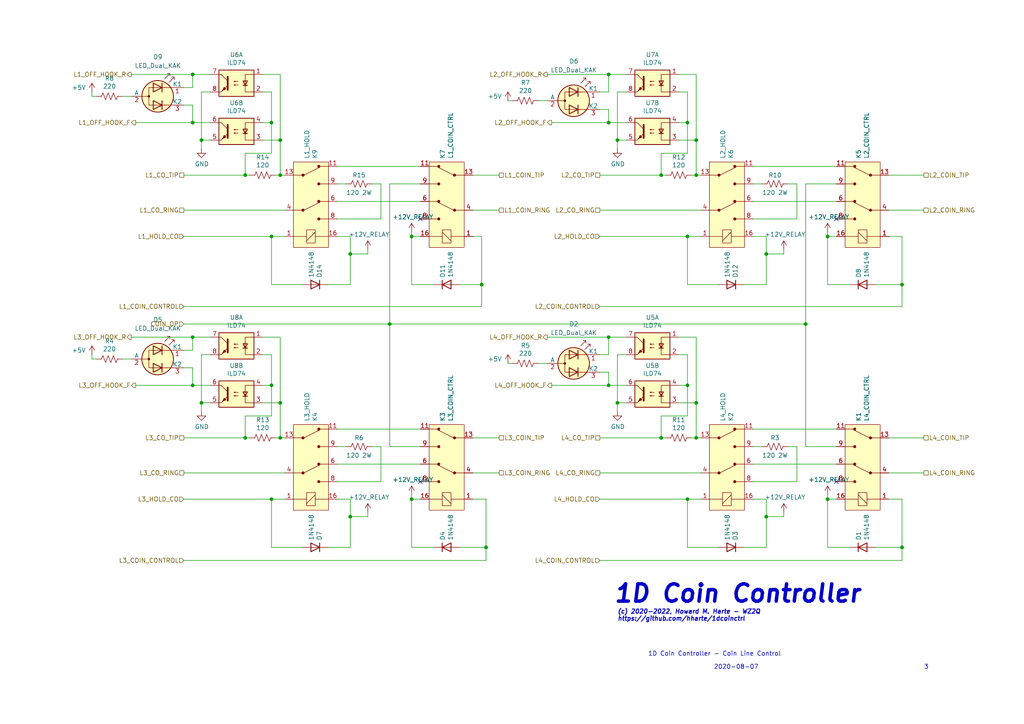
<source format=kicad_sch>
(kicad_sch (version 20211123) (generator eeschema)
  (paper "A4")
  (lib_symbols
    (symbol "1d_coinctrl_r2-rescue:+12V_RELAY-power" (power) (pin_names (offset 0))
      (property "Value" "+12V_RELAY-power" (at 0 3.556 0))
      (symbol "+12V_RELAY-power_0_1"
        (polyline (pts (xy -0.762 1.27) (xy 0 2.54)))
        (polyline (pts (xy 0 0) (xy 0 2.54)))
        (polyline (pts (xy 0 2.54) (xy 0.762 1.27)))
      )
      (symbol "+12V_RELAY-power_1_1"
        (pin power_in line (at 0 0 90) (length 0) hide (name "+12V_RELAY") (number "1"))
      )
    )
    (symbol "1d_coinctrl_r2-rescue:G5V-2-DC12-dk_Signal-Relays-Up-to-2-Amps" (pin_names (offset 1.016) hide)
      (property "Reference" "RLY" (at -15.875 6.35 0))
      (property "Value" "G5V-2-DC12-dk_Signal-Relays-Up-to-2-Amps" (at -14.986 4.826 90))
      (symbol "G5V-2-DC12-dk_Signal-Relays-Up-to-2-Amps_0_1"
        (rectangle (start -13.335 5.08) (end 11.43 -5.08) (fill (type background)))
        (rectangle (start -12.065 1.27) (end -8.255 -1.27))
        (circle (center -5.08 2.286) (radius 0.3556) (fill (type outline)))
        (circle (center -2.54 -2.286) (radius 0.3556) (fill (type outline)))
        (polyline (pts (xy -11.43 -1.27) (xy -8.89 1.27)))
        (polyline (pts (xy -10.16 -1.27) (xy -10.16 -5.08)))
        (polyline (pts (xy -10.16 5.08) (xy -10.16 1.27)))
        (polyline (pts (xy -5.08 5.08) (xy -5.08 2.54)))
        (polyline (pts (xy -2.54 -5.08) (xy -2.54 -2.54)))
        (polyline (pts (xy -2.54 -2.032) (xy -0.254 2.54)))
        (polyline (pts (xy 0 5.08) (xy 0 2.54)))
        (polyline (pts (xy 5.08 5.08) (xy 5.08 2.54)))
        (polyline (pts (xy 7.62 -5.08) (xy 7.62 -2.54)))
        (polyline (pts (xy 7.62 -2.032) (xy 9.906 2.54)))
        (polyline (pts (xy 10.16 5.08) (xy 10.16 2.54)))
        (circle (center 0 2.286) (radius 0.3556) (fill (type outline)))
        (circle (center 5.08 2.286) (radius 0.3556) (fill (type outline)))
        (circle (center 7.62 -2.286) (radius 0.3556) (fill (type outline)))
        (circle (center 10.16 2.286) (radius 0.3556) (fill (type outline)))
      )
      (symbol "G5V-2-DC12-dk_Signal-Relays-Up-to-2-Amps_1_1"
        (pin passive line (at -10.16 -7.62 90) (length 2.54) (name "COIL") (number "1"))
        (pin passive line (at 10.16 7.62 270) (length 2.54) (name "NC2") (number "11"))
        (pin passive line (at 7.62 -7.62 90) (length 2.54) (name "COM2") (number "13"))
        (pin passive line (at -10.16 7.62 270) (length 2.54) (name "COIL") (number "16"))
        (pin passive line (at -2.54 -7.62 90) (length 2.54) (name "COM1") (number "4"))
        (pin passive line (at 0 7.62 270) (length 2.54) (name "NC1") (number "6"))
        (pin passive line (at -5.08 7.62 270) (length 2.54) (name "NO1") (number "8"))
        (pin passive line (at 5.08 7.62 270) (length 2.54) (name "NO2") (number "9"))
      )
    )
    (symbol "Device:LED_Dual_KAK" (pin_names (offset 0))
      (property "Reference" "D" (at 0 5.715 0))
      (property "Value" "LED_Dual_KAK" (at 0 -6.35 0))
      (symbol "LED_Dual_KAK_0_1"
        (circle (center -2.54 0) (radius 0.2794) (fill (type outline)))
        (polyline (pts (xy -4.572 0) (xy -2.54 0)))
        (polyline (pts (xy 1.27 -1.27) (xy 1.27 -3.81)) (stroke (width 0.254)))
        (polyline (pts (xy 1.27 3.81) (xy 1.27 1.27)) (stroke (width 0.254)))
        (polyline (pts (xy 3.81 -2.54) (xy 1.905 -2.54)))
        (polyline (pts (xy 3.81 2.54) (xy 1.905 2.54)))
        (polyline (pts (xy -1.27 -1.27) (xy -1.27 -3.81) (xy 1.27 -2.54) (xy -1.27 -1.27)) (stroke (width 0.254)))
        (polyline (pts (xy -1.27 3.81) (xy -1.27 1.27) (xy 1.27 2.54) (xy -1.27 3.81)) (stroke (width 0.254)))
        (polyline (pts (xy 2.032 2.54) (xy -2.54 2.54) (xy -2.54 -2.54) (xy 2.032 -2.54)))
        (polyline (pts (xy 2.032 5.08) (xy 3.556 6.604) (xy 2.794 6.604) (xy 3.556 6.604) (xy 3.556 5.842)))
        (polyline (pts (xy 3.302 4.064) (xy 4.826 5.588) (xy 4.064 5.588) (xy 4.826 5.588) (xy 4.826 4.826)))
        (circle (center 0 0) (radius 4.572) (stroke (width 0.254)) (fill (type background)))
      )
      (symbol "LED_Dual_KAK_1_1"
        (pin input line (at 7.62 2.54 180) (length 3.81) (name "K1") (number "1"))
        (pin input line (at -7.62 0 0) (length 3.048) (name "A") (number "2"))
        (pin input line (at 7.62 -2.54 180) (length 3.81) (name "K2") (number "3"))
      )
    )
    (symbol "Device:R_US" (pin_numbers hide) (pin_names (offset 0))
      (property "Reference" "R" (at 2.54 0 90))
      (property "Value" "R_US" (at -2.54 0 90))
      (symbol "R_US_0_1"
        (polyline (pts (xy 0 -2.286) (xy 0 -2.54)))
        (polyline (pts (xy 0 2.286) (xy 0 2.54)))
        (polyline (pts (xy 0 -0.762) (xy 1.016 -1.143) (xy 0 -1.524) (xy -1.016 -1.905) (xy 0 -2.286)))
        (polyline (pts (xy 0 0.762) (xy 1.016 0.381) (xy 0 0) (xy -1.016 -0.381) (xy 0 -0.762)))
        (polyline (pts (xy 0 2.286) (xy 1.016 1.905) (xy 0 1.524) (xy -1.016 1.143) (xy 0 0.762)))
      )
      (symbol "R_US_1_1"
        (pin passive line (at 0 3.81 270) (length 1.27) (name "~") (number "1"))
        (pin passive line (at 0 -3.81 90) (length 1.27) (name "~") (number "2"))
      )
    )
    (symbol "Diode:1N4148" (pin_numbers hide) (pin_names (offset 1.016) hide)
      (property "Reference" "D" (at 0 2.54 0))
      (property "Value" "1N4148" (at 0 -2.54 0))
      (symbol "1N4148_0_1"
        (polyline (pts (xy -1.27 1.27) (xy -1.27 -1.27)) (stroke (width 0.254)))
        (polyline (pts (xy 1.27 0) (xy -1.27 0)))
        (polyline (pts (xy 1.27 1.27) (xy 1.27 -1.27) (xy -1.27 0) (xy 1.27 1.27)) (stroke (width 0.254)))
      )
      (symbol "1N4148_1_1"
        (pin passive line (at -3.81 0 0) (length 2.54) (name "K") (number "1"))
        (pin passive line (at 3.81 0 180) (length 2.54) (name "A") (number "2"))
      )
    )
    (symbol "Isolator:ILD74" (pin_names (offset 1.016))
      (property "Reference" "U" (at -5.08 5.08 0))
      (property "Value" "ILD74" (at 0 5.08 0))
      (symbol "ILD74_0_1"
        (rectangle (start -5.08 3.81) (end 5.08 -3.81) (stroke (width 0.254)) (fill (type background)))
        (polyline (pts (xy -3.175 -0.635) (xy -1.905 -0.635)) (stroke (width 0.254)))
        (polyline (pts (xy 2.54 0.635) (xy 4.445 2.54)))
        (polyline (pts (xy 4.445 -2.54) (xy 2.54 -0.635)) (fill (type outline)))
        (polyline (pts (xy 4.445 -2.54) (xy 5.08 -2.54)))
        (polyline (pts (xy 4.445 2.54) (xy 5.08 2.54)))
        (polyline (pts (xy -5.08 2.54) (xy -2.54 2.54) (xy -2.54 0.635)))
        (polyline (pts (xy 2.54 1.905) (xy 2.54 -1.905) (xy 2.54 -1.905)) (stroke (width 0.508)))
        (polyline (pts (xy -2.54 -0.635) (xy -3.175 0.635) (xy -1.905 0.635) (xy -2.54 -0.635)) (stroke (width 0.254)))
        (polyline (pts (xy -2.54 -0.635) (xy -2.54 1.27) (xy -2.54 -2.54) (xy -5.08 -2.54)))
        (polyline (pts (xy -0.508 -0.508) (xy 0.762 -0.508) (xy 0.381 -0.635) (xy 0.381 -0.381) (xy 0.762 -0.508)))
        (polyline (pts (xy -0.508 0.508) (xy 0.762 0.508) (xy 0.381 0.381) (xy 0.381 0.635) (xy 0.762 0.508)))
        (polyline (pts (xy 3.048 -1.651) (xy 3.556 -1.143) (xy 4.064 -2.159) (xy 3.048 -1.651) (xy 3.048 -1.651)) (fill (type outline)))
      )
      (symbol "ILD74_1_1"
        (pin passive line (at -7.62 2.54 0) (length 2.54) (name "~") (number "1"))
        (pin passive line (at -7.62 -2.54 0) (length 2.54) (name "~") (number "2"))
        (pin passive line (at 7.62 2.54 180) (length 2.54) (name "~") (number "7"))
        (pin passive line (at 7.62 -2.54 180) (length 2.54) (name "~") (number "8"))
      )
      (symbol "ILD74_2_1"
        (pin passive line (at -7.62 -2.54 0) (length 2.54) (name "~") (number "3"))
        (pin passive line (at -7.62 2.54 0) (length 2.54) (name "~") (number "4"))
        (pin passive line (at 7.62 -2.54 180) (length 2.54) (name "~") (number "5"))
        (pin passive line (at 7.62 2.54 180) (length 2.54) (name "~") (number "6"))
      )
    )
    (symbol "power:+5V" (power) (pin_names (offset 0))
      (property "Value" "+5V" (at 0 3.556 0))
      (symbol "+5V_0_1"
        (polyline (pts (xy -0.762 1.27) (xy 0 2.54)))
        (polyline (pts (xy 0 0) (xy 0 2.54)))
        (polyline (pts (xy 0 2.54) (xy 0.762 1.27)))
      )
      (symbol "+5V_1_1"
        (pin power_in line (at 0 0 90) (length 0) hide (name "+5V") (number "1"))
      )
    )
    (symbol "power:GND" (power) (pin_names (offset 0))
      (property "Value" "GND" (at 0 -3.81 0))
      (symbol "GND_0_1"
        (polyline (pts (xy 0 0) (xy 0 -1.27) (xy 1.27 -1.27) (xy 0 -2.54) (xy -1.27 -1.27) (xy 0 -1.27)))
      )
      (symbol "GND_1_1"
        (pin power_in line (at 0 0 270) (length 0) hide (name "GND") (number "1"))
      )
    )
  )
  (junction (at 55.88 111.76))
  (junction (at 176.53 21.59))
  (junction (at 176.53 111.76))
  (junction (at 261.62 158.75))
  (junction (at 78.74 68.58))
  (junction (at 81.28 50.8))
  (junction (at 78.74 35.56))
  (junction (at 71.12 127))
  (junction (at 199.39 35.56))
  (junction (at 101.6 149.86))
  (junction (at 201.93 127))
  (junction (at 201.93 50.8))
  (junction (at 233.68 93.98))
  (junction (at 199.39 144.78))
  (junction (at 179.07 116.84))
  (junction (at 58.42 40.64))
  (junction (at 176.53 97.79))
  (junction (at 201.93 116.84))
  (junction (at 199.39 68.58))
  (junction (at 140.97 158.75))
  (junction (at 81.28 116.84))
  (junction (at 58.42 116.84))
  (junction (at 119.38 68.58))
  (junction (at 191.77 50.8))
  (junction (at 199.39 111.76))
  (junction (at 81.28 127))
  (junction (at 191.77 127))
  (junction (at 222.25 73.66))
  (junction (at 81.28 40.64))
  (junction (at 240.03 68.58))
  (junction (at 222.25 149.86))
  (junction (at 78.74 144.78))
  (junction (at 55.88 97.79))
  (junction (at 55.88 21.59))
  (junction (at 139.7 82.55))
  (junction (at 71.12 50.8))
  (junction (at 261.62 82.55))
  (junction (at 55.88 35.56))
  (junction (at 78.74 111.76))
  (junction (at 119.38 144.78))
  (junction (at 201.93 40.64))
  (junction (at 113.03 93.98))
  (junction (at 176.53 35.56))
  (junction (at 101.6 73.66))
  (junction (at 240.03 144.78))
  (junction (at 179.07 40.64))
  (no_connect (at 242.57 63.5))
  (no_connect (at 121.92 139.7))
  (no_connect (at 242.57 139.7))
  (no_connect (at 121.92 63.5))
  (wire (pts (xy 53.34 162.56) (xy 140.97 162.56)))
  (wire (pts (xy 26.67 26.67) (xy 26.67 27.94)))
  (wire (pts (xy 95.25 82.55) (xy 101.6 82.55)))
  (wire (pts (xy 82.55 137.16) (xy 53.34 137.16)))
  (wire (pts (xy 119.38 67.31) (xy 119.38 68.58)))
  (wire (pts (xy 218.44 134.62) (xy 242.57 134.62)))
  (wire (pts (xy 58.42 116.84) (xy 58.42 102.87)))
  (wire (pts (xy 231.14 139.7) (xy 231.14 129.54)))
  (wire (pts (xy 60.96 111.76) (xy 55.88 111.76)))
  (wire (pts (xy 39.37 111.76) (xy 55.88 111.76)))
  (wire (pts (xy 181.61 21.59) (xy 176.53 21.59)))
  (wire (pts (xy 160.02 111.76) (xy 176.53 111.76)))
  (wire (pts (xy 78.74 120.65) (xy 71.12 120.65)))
  (wire (pts (xy 261.62 68.58) (xy 257.81 68.58)))
  (wire (pts (xy 55.88 30.48) (xy 55.88 35.56)))
  (wire (pts (xy 257.81 60.96) (xy 267.97 60.96)))
  (wire (pts (xy 139.7 68.58) (xy 137.16 68.58)))
  (wire (pts (xy 233.68 129.54) (xy 233.68 93.98)))
  (wire (pts (xy 179.07 40.64) (xy 181.61 40.64)))
  (wire (pts (xy 173.99 31.75) (xy 176.53 31.75)))
  (wire (pts (xy 199.39 144.78) (xy 203.2 144.78)))
  (wire (pts (xy 81.28 127) (xy 81.28 116.84)))
  (wire (pts (xy 72.39 50.8) (xy 71.12 50.8)))
  (wire (pts (xy 193.04 127) (xy 191.77 127)))
  (wire (pts (xy 140.97 158.75) (xy 140.97 144.78)))
  (wire (pts (xy 113.03 93.98) (xy 53.34 93.98)))
  (wire (pts (xy 242.57 124.46) (xy 218.44 124.46)))
  (wire (pts (xy 97.79 63.5) (xy 110.49 63.5)))
  (wire (pts (xy 199.39 26.67) (xy 196.85 26.67)))
  (wire (pts (xy 199.39 68.58) (xy 173.99 68.58)))
  (wire (pts (xy 200.66 50.8) (xy 201.93 50.8)))
  (wire (pts (xy 35.56 27.94) (xy 38.1 27.94)))
  (wire (pts (xy 137.16 127) (xy 144.78 127)))
  (wire (pts (xy 137.16 144.78) (xy 140.97 144.78)))
  (wire (pts (xy 71.12 50.8) (xy 53.34 50.8)))
  (wire (pts (xy 201.93 50.8) (xy 203.2 50.8)))
  (wire (pts (xy 176.53 35.56) (xy 181.61 35.56)))
  (wire (pts (xy 231.14 63.5) (xy 231.14 53.34)))
  (wire (pts (xy 242.57 48.26) (xy 218.44 48.26)))
  (wire (pts (xy 95.25 158.75) (xy 101.6 158.75)))
  (wire (pts (xy 113.03 53.34) (xy 121.92 53.34)))
  (wire (pts (xy 119.38 144.78) (xy 119.38 143.51)))
  (wire (pts (xy 78.74 35.56) (xy 78.74 44.45)))
  (wire (pts (xy 201.93 97.79) (xy 196.85 97.79)))
  (wire (pts (xy 58.42 40.64) (xy 60.96 40.64)))
  (wire (pts (xy 78.74 68.58) (xy 82.55 68.58)))
  (wire (pts (xy 179.07 40.64) (xy 179.07 26.67)))
  (wire (pts (xy 181.61 111.76) (xy 176.53 111.76)))
  (wire (pts (xy 78.74 26.67) (xy 76.2 26.67)))
  (wire (pts (xy 201.93 40.64) (xy 201.93 21.59)))
  (wire (pts (xy 257.81 50.8) (xy 267.97 50.8)))
  (wire (pts (xy 199.39 144.78) (xy 173.99 144.78)))
  (wire (pts (xy 97.79 58.42) (xy 121.92 58.42)))
  (wire (pts (xy 71.12 44.45) (xy 71.12 50.8)))
  (wire (pts (xy 71.12 127) (xy 53.34 127)))
  (wire (pts (xy 160.02 35.56) (xy 176.53 35.56)))
  (wire (pts (xy 191.77 50.8) (xy 173.99 50.8)))
  (wire (pts (xy 78.74 144.78) (xy 53.34 144.78)))
  (wire (pts (xy 254 158.75) (xy 261.62 158.75)))
  (wire (pts (xy 254 82.55) (xy 261.62 82.55)))
  (wire (pts (xy 240.03 144.78) (xy 240.03 143.51)))
  (wire (pts (xy 82.55 60.96) (xy 53.34 60.96)))
  (wire (pts (xy 240.03 68.58) (xy 240.03 82.55)))
  (wire (pts (xy 113.03 129.54) (xy 121.92 129.54)))
  (wire (pts (xy 196.85 111.76) (xy 199.39 111.76)))
  (wire (pts (xy 228.6 129.54) (xy 231.14 129.54)))
  (wire (pts (xy 119.38 158.75) (xy 125.73 158.75)))
  (wire (pts (xy 55.88 106.68) (xy 55.88 111.76)))
  (wire (pts (xy 179.07 116.84) (xy 179.07 102.87)))
  (wire (pts (xy 81.28 116.84) (xy 76.2 116.84)))
  (wire (pts (xy 240.03 158.75) (xy 246.38 158.75)))
  (wire (pts (xy 113.03 129.54) (xy 113.03 93.98)))
  (wire (pts (xy 53.34 25.4) (xy 55.88 25.4)))
  (wire (pts (xy 242.57 144.78) (xy 240.03 144.78)))
  (wire (pts (xy 233.68 129.54) (xy 242.57 129.54)))
  (wire (pts (xy 76.2 35.56) (xy 78.74 35.56)))
  (wire (pts (xy 233.68 53.34) (xy 233.68 93.98)))
  (wire (pts (xy 78.74 111.76) (xy 78.74 120.65)))
  (wire (pts (xy 101.6 149.86) (xy 101.6 144.78)))
  (wire (pts (xy 240.03 158.75) (xy 240.03 144.78)))
  (wire (pts (xy 201.93 127) (xy 203.2 127)))
  (wire (pts (xy 191.77 44.45) (xy 191.77 50.8)))
  (wire (pts (xy 58.42 116.84) (xy 60.96 116.84)))
  (wire (pts (xy 215.9 158.75) (xy 222.25 158.75)))
  (wire (pts (xy 137.16 60.96) (xy 144.78 60.96)))
  (wire (pts (xy 87.63 158.75) (xy 78.74 158.75)))
  (wire (pts (xy 55.88 21.59) (xy 55.88 25.4)))
  (wire (pts (xy 101.6 73.66) (xy 106.68 73.66)))
  (wire (pts (xy 227.33 149.86) (xy 227.33 148.59)))
  (wire (pts (xy 38.1 97.79) (xy 55.88 97.79)))
  (wire (pts (xy 233.68 53.34) (xy 242.57 53.34)))
  (wire (pts (xy 261.62 88.9) (xy 261.62 82.55)))
  (wire (pts (xy 257.81 144.78) (xy 261.62 144.78)))
  (wire (pts (xy 113.03 93.98) (xy 233.68 93.98)))
  (wire (pts (xy 113.03 53.34) (xy 113.03 93.98)))
  (wire (pts (xy 137.16 137.16) (xy 144.78 137.16)))
  (wire (pts (xy 133.35 82.55) (xy 139.7 82.55)))
  (wire (pts (xy 78.74 102.87) (xy 76.2 102.87)))
  (wire (pts (xy 87.63 82.55) (xy 78.74 82.55)))
  (wire (pts (xy 227.33 73.66) (xy 227.33 72.39)))
  (wire (pts (xy 78.74 68.58) (xy 53.34 68.58)))
  (wire (pts (xy 257.81 137.16) (xy 267.97 137.16)))
  (wire (pts (xy 55.88 21.59) (xy 38.1 21.59)))
  (wire (pts (xy 133.35 158.75) (xy 140.97 158.75)))
  (wire (pts (xy 97.79 68.58) (xy 101.6 68.58)))
  (wire (pts (xy 176.53 97.79) (xy 176.53 102.87)))
  (wire (pts (xy 60.96 97.79) (xy 55.88 97.79)))
  (wire (pts (xy 199.39 102.87) (xy 196.85 102.87)))
  (wire (pts (xy 218.44 58.42) (xy 242.57 58.42)))
  (wire (pts (xy 106.68 73.66) (xy 106.68 72.39)))
  (wire (pts (xy 81.28 97.79) (xy 76.2 97.79)))
  (wire (pts (xy 81.28 50.8) (xy 81.28 40.64)))
  (wire (pts (xy 173.99 26.67) (xy 176.53 26.67)))
  (wire (pts (xy 158.75 97.79) (xy 176.53 97.79)))
  (wire (pts (xy 78.74 158.75) (xy 78.74 144.78)))
  (wire (pts (xy 222.25 149.86) (xy 227.33 149.86)))
  (wire (pts (xy 137.16 50.8) (xy 144.78 50.8)))
  (wire (pts (xy 261.62 162.56) (xy 261.62 158.75)))
  (wire (pts (xy 158.75 21.59) (xy 176.53 21.59)))
  (wire (pts (xy 181.61 97.79) (xy 176.53 97.79)))
  (wire (pts (xy 176.53 21.59) (xy 176.53 26.67)))
  (wire (pts (xy 110.49 63.5) (xy 110.49 53.34)))
  (wire (pts (xy 71.12 120.65) (xy 71.12 127)))
  (wire (pts (xy 81.28 127) (xy 82.55 127)))
  (wire (pts (xy 139.7 88.9) (xy 139.7 82.55)))
  (wire (pts (xy 58.42 40.64) (xy 58.42 26.67)))
  (wire (pts (xy 78.74 144.78) (xy 82.55 144.78)))
  (wire (pts (xy 60.96 35.56) (xy 55.88 35.56)))
  (wire (pts (xy 101.6 158.75) (xy 101.6 149.86)))
  (wire (pts (xy 78.74 35.56) (xy 78.74 26.67)))
  (wire (pts (xy 121.92 124.46) (xy 97.79 124.46)))
  (wire (pts (xy 179.07 43.18) (xy 179.07 40.64)))
  (wire (pts (xy 173.99 162.56) (xy 261.62 162.56)))
  (wire (pts (xy 121.92 48.26) (xy 97.79 48.26)))
  (wire (pts (xy 215.9 82.55) (xy 222.25 82.55)))
  (wire (pts (xy 199.39 111.76) (xy 199.39 102.87)))
  (wire (pts (xy 218.44 129.54) (xy 220.98 129.54)))
  (wire (pts (xy 218.44 139.7) (xy 231.14 139.7)))
  (wire (pts (xy 147.32 105.41) (xy 148.59 105.41)))
  (wire (pts (xy 179.07 26.67) (xy 181.61 26.67)))
  (wire (pts (xy 27.94 27.94) (xy 26.67 27.94)))
  (wire (pts (xy 119.38 82.55) (xy 119.38 68.58)))
  (wire (pts (xy 200.66 127) (xy 201.93 127)))
  (wire (pts (xy 191.77 127) (xy 173.99 127)))
  (wire (pts (xy 196.85 35.56) (xy 199.39 35.56)))
  (wire (pts (xy 240.03 82.55) (xy 246.38 82.55)))
  (wire (pts (xy 81.28 116.84) (xy 81.28 97.79)))
  (wire (pts (xy 222.25 73.66) (xy 227.33 73.66)))
  (wire (pts (xy 81.28 40.64) (xy 76.2 40.64)))
  (wire (pts (xy 199.39 120.65) (xy 191.77 120.65)))
  (wire (pts (xy 97.79 134.62) (xy 121.92 134.62)))
  (wire (pts (xy 222.25 158.75) (xy 222.25 149.86)))
  (wire (pts (xy 97.79 53.34) (xy 100.33 53.34)))
  (wire (pts (xy 101.6 73.66) (xy 101.6 68.58)))
  (wire (pts (xy 199.39 35.56) (xy 199.39 44.45)))
  (wire (pts (xy 55.88 35.56) (xy 39.37 35.56)))
  (wire (pts (xy 55.88 97.79) (xy 55.88 101.6)))
  (wire (pts (xy 110.49 139.7) (xy 110.49 129.54)))
  (wire (pts (xy 203.2 137.16) (xy 173.99 137.16)))
  (wire (pts (xy 203.2 60.96) (xy 173.99 60.96)))
  (wire (pts (xy 156.21 29.21) (xy 158.75 29.21)))
  (wire (pts (xy 179.07 102.87) (xy 181.61 102.87)))
  (wire (pts (xy 257.81 127) (xy 267.97 127)))
  (wire (pts (xy 78.74 82.55) (xy 78.74 68.58)))
  (wire (pts (xy 107.95 129.54) (xy 110.49 129.54)))
  (wire (pts (xy 173.99 107.95) (xy 176.53 107.95)))
  (wire (pts (xy 179.07 119.38) (xy 179.07 116.84)))
  (wire (pts (xy 35.56 104.14) (xy 38.1 104.14)))
  (wire (pts (xy 201.93 127) (xy 201.93 116.84)))
  (wire (pts (xy 176.53 107.95) (xy 176.53 111.76)))
  (wire (pts (xy 199.39 82.55) (xy 199.39 68.58)))
  (wire (pts (xy 199.39 44.45) (xy 191.77 44.45)))
  (wire (pts (xy 261.62 68.58) (xy 261.62 82.55)))
  (wire (pts (xy 222.25 82.55) (xy 222.25 73.66)))
  (wire (pts (xy 125.73 82.55) (xy 119.38 82.55)))
  (wire (pts (xy 78.74 44.45) (xy 71.12 44.45)))
  (wire (pts (xy 53.34 101.6) (xy 55.88 101.6)))
  (wire (pts (xy 218.44 63.5) (xy 231.14 63.5)))
  (wire (pts (xy 222.25 149.86) (xy 222.25 144.78)))
  (wire (pts (xy 55.88 21.59) (xy 60.96 21.59)))
  (wire (pts (xy 199.39 111.76) (xy 199.39 120.65)))
  (wire (pts (xy 147.32 29.21) (xy 148.59 29.21)))
  (wire (pts (xy 76.2 111.76) (xy 78.74 111.76)))
  (wire (pts (xy 53.34 30.48) (xy 55.88 30.48)))
  (wire (pts (xy 53.34 88.9) (xy 139.7 88.9)))
  (wire (pts (xy 208.28 82.55) (xy 199.39 82.55)))
  (wire (pts (xy 58.42 26.67) (xy 60.96 26.67)))
  (wire (pts (xy 81.28 21.59) (xy 76.2 21.59)))
  (wire (pts (xy 101.6 82.55) (xy 101.6 73.66)))
  (wire (pts (xy 218.44 53.34) (xy 220.98 53.34)))
  (wire (pts (xy 81.28 40.64) (xy 81.28 21.59)))
  (wire (pts (xy 107.95 53.34) (xy 110.49 53.34)))
  (wire (pts (xy 53.34 106.68) (xy 55.88 106.68)))
  (wire (pts (xy 80.01 127) (xy 81.28 127)))
  (wire (pts (xy 201.93 116.84) (xy 196.85 116.84)))
  (wire (pts (xy 173.99 88.9) (xy 261.62 88.9)))
  (wire (pts (xy 173.99 102.87) (xy 176.53 102.87)))
  (wire (pts (xy 218.44 68.58) (xy 222.25 68.58)))
  (wire (pts (xy 156.21 105.41) (xy 158.75 105.41)))
  (wire (pts (xy 218.44 144.78) (xy 222.25 144.78)))
  (wire (pts (xy 201.93 50.8) (xy 201.93 40.64)))
  (wire (pts (xy 240.03 67.31) (xy 240.03 68.58)))
  (wire (pts (xy 199.39 35.56) (xy 199.39 26.67)))
  (wire (pts (xy 228.6 53.34) (xy 231.14 53.34)))
  (wire (pts (xy 191.77 120.65) (xy 191.77 127)))
  (wire (pts (xy 199.39 68.58) (xy 203.2 68.58)))
  (wire (pts (xy 106.68 149.86) (xy 106.68 148.59)))
  (wire (pts (xy 119.38 144.78) (xy 119.38 158.75)))
  (wire (pts (xy 58.42 102.87) (xy 60.96 102.87)))
  (wire (pts (xy 121.92 144.78) (xy 119.38 144.78)))
  (wire (pts (xy 201.93 116.84) (xy 201.93 97.79)))
  (wire (pts (xy 139.7 82.55) (xy 139.7 68.58)))
  (wire (pts (xy 97.79 139.7) (xy 110.49 139.7)))
  (wire (pts (xy 119.38 68.58) (xy 121.92 68.58)))
  (wire (pts (xy 240.03 68.58) (xy 242.57 68.58)))
  (wire (pts (xy 222.25 73.66) (xy 222.25 68.58)))
  (wire (pts (xy 27.94 104.14) (xy 26.67 104.14)))
  (wire (pts (xy 140.97 162.56) (xy 140.97 158.75)))
  (wire (pts (xy 72.39 127) (xy 71.12 127)))
  (wire (pts (xy 80.01 50.8) (xy 81.28 50.8)))
  (wire (pts (xy 201.93 21.59) (xy 196.85 21.59)))
  (wire (pts (xy 176.53 31.75) (xy 176.53 35.56)))
  (wire (pts (xy 78.74 111.76) (xy 78.74 102.87)))
  (wire (pts (xy 261.62 158.75) (xy 261.62 144.78)))
  (wire (pts (xy 58.42 119.38) (xy 58.42 116.84)))
  (wire (pts (xy 97.79 144.78) (xy 101.6 144.78)))
  (wire (pts (xy 58.42 43.18) (xy 58.42 40.64)))
  (wire (pts (xy 208.28 158.75) (xy 199.39 158.75)))
  (wire (pts (xy 199.39 158.75) (xy 199.39 144.78)))
  (wire (pts (xy 81.28 50.8) (xy 82.55 50.8)))
  (wire (pts (xy 201.93 40.64) (xy 196.85 40.64)))
  (wire (pts (xy 101.6 149.86) (xy 106.68 149.86)))
  (wire (pts (xy 179.07 116.84) (xy 181.61 116.84)))
  (wire (pts (xy 26.67 102.87) (xy 26.67 104.14)))
  (wire (pts (xy 193.04 50.8) (xy 191.77 50.8)))
  (wire (pts (xy 97.79 129.54) (xy 100.33 129.54)))
  (text "3" (at 267.97 194.31 0) (effects (font (size 1.27 1.27)) (justify left bottom)))
  (text "2020-08-07" (at 207.01 194.31 0) (effects (font (size 1.27 1.27)) (justify left bottom)))
  (text "1D Coin Controller - Coin Line Control" (at 187.96 190.5 0) (effects (font (size 1.27 1.27)) (justify left bottom)))
  (text "1D Coin Controller" (at 177.8 175.26 0) (effects (font (size 5.0038 5.0038) (thickness 1.0008) bold italic) (justify left bottom)))
  (text "(c) 2020-2022, Howard M. Harte - WZ2Q\nhttps://github.com/hharte/1dcoinctrl" (at 179.07 180.34 0) (effects (font (size 1.27 1.27) (thickness 0.254) bold italic) (justify left bottom)))
  (hierarchical_label "L1_OFF_HOOK_F" (shape output) (at 39.37 35.56 180))
  (hierarchical_label "L4_COIN_RING" (shape passive) (at 267.97 137.16 0))
  (hierarchical_label "L4_HOLD_CO" (shape input) (at 173.99 144.78 180))
  (hierarchical_label "L1_COIN_TIP" (shape passive) (at 144.78 50.8 0))
  (hierarchical_label "L1_COIN_RING" (shape passive) (at 144.78 60.96 0))
  (hierarchical_label "L3_COIN_CONTROL" (shape input) (at 53.34 162.56 180))
  (hierarchical_label "L2_OFF_HOOK_R" (shape output) (at 158.75 21.59 180))
  (hierarchical_label "L3_HOLD_CO" (shape input) (at 53.34 144.78 180))
  (hierarchical_label "L3_OFF_HOOK_R" (shape output) (at 38.1 97.79 180))
  (hierarchical_label "L3_CO_TIP" (shape passive) (at 53.34 127 180))
  (hierarchical_label "L2_CO_TIP" (shape passive) (at 173.99 50.8 180))
  (hierarchical_label "L1_CO_RING" (shape passive) (at 53.34 60.96 180))
  (hierarchical_label "L2_COIN_CONTROL" (shape input) (at 173.99 88.9 180))
  (hierarchical_label "L1_HOLD_CO" (shape input) (at 53.34 68.58 180))
  (hierarchical_label "L3_CO_RING" (shape passive) (at 53.34 137.16 180))
  (hierarchical_label "L4_OFF_HOOK_R" (shape output) (at 158.75 97.79 180))
  (hierarchical_label "COIN_OP" (shape input) (at 53.34 93.98 180))
  (hierarchical_label "L1_OFF_HOOK_R" (shape output) (at 38.1 21.59 180))
  (hierarchical_label "L4_OFF_HOOK_F" (shape output) (at 160.02 111.76 180))
  (hierarchical_label "L3_COIN_RING" (shape passive) (at 144.78 137.16 0))
  (hierarchical_label "L2_COIN_RING" (shape passive) (at 267.97 60.96 0))
  (hierarchical_label "L2_CO_RING" (shape passive) (at 173.99 60.96 180))
  (hierarchical_label "L2_HOLD_CO" (shape input) (at 173.99 68.58 180))
  (hierarchical_label "L4_CO_RING" (shape passive) (at 173.99 137.16 180))
  (hierarchical_label "L3_COIN_TIP" (shape passive) (at 144.78 127 0))
  (hierarchical_label "L4_COIN_CONTROL" (shape input) (at 173.99 162.56 180))
  (hierarchical_label "L2_COIN_TIP" (shape passive) (at 267.97 50.8 0))
  (hierarchical_label "L1_COIN_CONTROL" (shape input) (at 53.34 88.9 180))
  (hierarchical_label "L4_COIN_TIP" (shape passive) (at 267.97 127 0))
  (hierarchical_label "L2_OFF_HOOK_F" (shape output) (at 160.02 35.56 180))
  (hierarchical_label "L4_CO_TIP" (shape passive) (at 173.99 127 180))
  (hierarchical_label "L1_CO_TIP" (shape passive) (at 53.34 50.8 180))
  (hierarchical_label "L3_OFF_HOOK_F" (shape output) (at 39.37 111.76 180))
  (symbol (lib_id "1d_coinctrl_r2-rescue:G5V-2-DC12-dk_Signal-Relays-Up-to-2-Amps") (at 90.17 58.42 270) (mirror x) (unit 1)
    (property "Reference" "K9" (at 91.3384 46.0248 0) (effects (justify left)))
    (property "Value" "L1_HOLD" (at 89.027 46.0248 0) (effects (justify left)))
    (property "Footprint" "digikey-footprints:Relay_THT_G5V-2" (effects hide))
    (property "Datasheet" "http://omronfs.omron.com/en_US/ecb/products/pdf/en-g5v_2.pdf" (effects hide))
    (property "Digi-Key_PN" "PB1125-ND" (effects hide))
    (property "MPN" "G5V-2-DC12" (effects hide))
    (property "Category" "Relays" (effects hide))
    (property "Family" "Signal Relays, Up to 2 Amps" (effects hide))
    (property "DK_Datasheet_Link" "http://omronfs.omron.com/en_US/ecb/products/pdf/en-g5v_2.pdf" (effects hide))
    (property "DK_Detail_Page" "/product-detail/en/omron-electronics-inc-emc-div/G5V-2-DC12/Z768-ND/87821" (effects hide))
    (property "Description" "RELAY GEN PURPOSE DPDT 2A 12V" (effects hide))
    (property "Manufacturer" "Omron Electronics Inc-EMC Div" (effects hide))
    (property "Status" "Active" (effects hide))
  )
  (symbol (lib_id "1d_coinctrl_r2-rescue:+12V_RELAY-power") (at 106.68 72.39 0) (unit 1)
    (property "Reference" "#PWR036" (effects hide))
    (property "Value" "+12V_RELAY" (at 107.061 67.9958 0))
  )
  (symbol (lib_id "Diode:1N4148") (at 91.44 82.55 0) (mirror y) (unit 1)
    (property "Reference" "D14" (at 92.6084 80.5434 90) (effects (justify left)))
    (property "Value" "1N4148" (at 90.297 80.5434 90) (effects (justify left)))
    (property "Footprint" "Diode_THT:D_DO-35_SOD27_P7.62mm_Horizontal" (effects hide))
    (property "Datasheet" "http://www.nxp.com/documents/data_sheet/1N4148_1N4448.pdf" (effects hide))
  )
  (symbol (lib_id "1d_coinctrl_r2-rescue:G5V-2-DC12-dk_Signal-Relays-Up-to-2-Amps") (at 129.54 58.42 90) (unit 1)
    (property "Reference" "K7" (at 128.3716 46.0248 0) (effects (justify left)))
    (property "Value" "L1_COIN_CTRL" (at 130.683 46.0248 0) (effects (justify left)))
    (property "Footprint" "digikey-footprints:Relay_THT_G5V-2" (effects hide))
    (property "Datasheet" "http://omronfs.omron.com/en_US/ecb/products/pdf/en-g5v_2.pdf" (effects hide))
    (property "Digi-Key_PN" "PB1125-ND" (effects hide))
    (property "MPN" "G5V-2-DC12" (effects hide))
    (property "Category" "Relays" (effects hide))
    (property "Family" "Signal Relays, Up to 2 Amps" (effects hide))
    (property "DK_Datasheet_Link" "http://omronfs.omron.com/en_US/ecb/products/pdf/en-g5v_2.pdf" (effects hide))
    (property "DK_Detail_Page" "/product-detail/en/omron-electronics-inc-emc-div/G5V-2-DC12/Z768-ND/87821" (effects hide))
    (property "Description" "RELAY GEN PURPOSE DPDT 2A 12V" (effects hide))
    (property "Manufacturer" "Omron Electronics Inc-EMC Div" (effects hide))
    (property "Status" "Active" (effects hide))
  )
  (symbol (lib_id "1d_coinctrl_r2-rescue:+12V_RELAY-power") (at 119.38 67.31 0) (unit 1)
    (property "Reference" "#PWR038" (effects hide))
    (property "Value" "+12V_RELAY" (at 119.761 62.9158 0))
  )
  (symbol (lib_id "Diode:1N4148") (at 129.54 82.55 0) (unit 1)
    (property "Reference" "D11" (at 128.3716 80.5434 90) (effects (justify left)))
    (property "Value" "1N4148" (at 130.683 80.5434 90) (effects (justify left)))
    (property "Footprint" "Diode_THT:D_DO-35_SOD27_P7.62mm_Horizontal" (effects hide))
    (property "Datasheet" "http://www.nxp.com/documents/data_sheet/1N4148_1N4448.pdf" (effects hide))
  )
  (symbol (lib_id "power:GND") (at 58.42 43.18 0) (unit 1)
    (property "Reference" "#PWR032" (effects hide))
    (property "Value" "GND" (at 58.547 47.5742 0))
  )
  (symbol (lib_id "Device:R_US") (at 104.14 53.34 270) (unit 1)
    (property "Reference" "R15" (at 104.14 50.8 90))
    (property "Value" "120 2W" (at 104.14 55.88 90))
    (property "Footprint" "Resistor_THT:R_Axial_DIN0516_L15.5mm_D5.0mm_P20.32mm_Horizontal" (effects hide))
  )
  (symbol (lib_id "1d_coinctrl_r2-rescue:G5V-2-DC12-dk_Signal-Relays-Up-to-2-Amps") (at 210.82 58.42 270) (mirror x) (unit 1)
    (property "Reference" "K6" (at 211.9884 46.0248 0) (effects (justify left)))
    (property "Value" "L2_HOLD" (at 209.677 46.0248 0) (effects (justify left)))
    (property "Footprint" "digikey-footprints:Relay_THT_G5V-2" (effects hide))
    (property "Datasheet" "http://omronfs.omron.com/en_US/ecb/products/pdf/en-g5v_2.pdf" (effects hide))
    (property "Digi-Key_PN" "PB1125-ND" (effects hide))
    (property "MPN" "G5V-2-DC12" (effects hide))
    (property "Category" "Relays" (effects hide))
    (property "Family" "Signal Relays, Up to 2 Amps" (effects hide))
    (property "DK_Datasheet_Link" "http://omronfs.omron.com/en_US/ecb/products/pdf/en-g5v_2.pdf" (effects hide))
    (property "DK_Detail_Page" "/product-detail/en/omron-electronics-inc-emc-div/G5V-2-DC12/Z768-ND/87821" (effects hide))
    (property "Description" "RELAY GEN PURPOSE DPDT 2A 12V" (effects hide))
    (property "Manufacturer" "Omron Electronics Inc-EMC Div" (effects hide))
    (property "Status" "Active" (effects hide))
  )
  (symbol (lib_id "1d_coinctrl_r2-rescue:+12V_RELAY-power") (at 227.33 72.39 0) (unit 1)
    (property "Reference" "#PWR044" (effects hide))
    (property "Value" "+12V_RELAY" (at 227.711 67.9958 0))
  )
  (symbol (lib_id "Diode:1N4148") (at 212.09 82.55 0) (mirror y) (unit 1)
    (property "Reference" "D12" (at 213.2584 80.5434 90) (effects (justify left)))
    (property "Value" "1N4148" (at 210.947 80.5434 90) (effects (justify left)))
    (property "Footprint" "Diode_THT:D_DO-35_SOD27_P7.62mm_Horizontal" (effects hide))
    (property "Datasheet" "http://www.nxp.com/documents/data_sheet/1N4148_1N4448.pdf" (effects hide))
  )
  (symbol (lib_id "1d_coinctrl_r2-rescue:G5V-2-DC12-dk_Signal-Relays-Up-to-2-Amps") (at 250.19 58.42 90) (unit 1)
    (property "Reference" "K5" (at 249.0216 46.0248 0) (effects (justify left)))
    (property "Value" "L2_COIN_CTRL" (at 251.333 46.0248 0) (effects (justify left)))
    (property "Footprint" "digikey-footprints:Relay_THT_G5V-2" (effects hide))
    (property "Datasheet" "http://omronfs.omron.com/en_US/ecb/products/pdf/en-g5v_2.pdf" (effects hide))
    (property "Digi-Key_PN" "PB1125-ND" (effects hide))
    (property "MPN" "G5V-2-DC12" (effects hide))
    (property "Category" "Relays" (effects hide))
    (property "Family" "Signal Relays, Up to 2 Amps" (effects hide))
    (property "DK_Datasheet_Link" "http://omronfs.omron.com/en_US/ecb/products/pdf/en-g5v_2.pdf" (effects hide))
    (property "DK_Detail_Page" "/product-detail/en/omron-electronics-inc-emc-div/G5V-2-DC12/Z768-ND/87821" (effects hide))
    (property "Description" "RELAY GEN PURPOSE DPDT 2A 12V" (effects hide))
    (property "Manufacturer" "Omron Electronics Inc-EMC Div" (effects hide))
    (property "Status" "Active" (effects hide))
  )
  (symbol (lib_id "1d_coinctrl_r2-rescue:+12V_RELAY-power") (at 240.03 67.31 0) (unit 1)
    (property "Reference" "#PWR046" (effects hide))
    (property "Value" "+12V_RELAY" (at 240.411 62.9158 0))
  )
  (symbol (lib_id "Diode:1N4148") (at 250.19 82.55 0) (unit 1)
    (property "Reference" "D8" (at 249.0216 80.5434 90) (effects (justify left)))
    (property "Value" "1N4148" (at 251.333 80.5434 90) (effects (justify left)))
    (property "Footprint" "Diode_THT:D_DO-35_SOD27_P7.62mm_Horizontal" (effects hide))
    (property "Datasheet" "http://www.nxp.com/documents/data_sheet/1N4148_1N4448.pdf" (effects hide))
  )
  (symbol (lib_id "Device:R_US") (at 224.79 53.34 270) (unit 1)
    (property "Reference" "R10" (at 224.79 50.8 90))
    (property "Value" "120 2W" (at 224.79 55.88 90))
    (property "Footprint" "Resistor_THT:R_Axial_DIN0516_L15.5mm_D5.0mm_P20.32mm_Horizontal" (effects hide))
  )
  (symbol (lib_id "1d_coinctrl_r2-rescue:G5V-2-DC12-dk_Signal-Relays-Up-to-2-Amps") (at 90.17 134.62 270) (mirror x) (unit 1)
    (property "Reference" "K4" (at 91.3384 122.2248 0) (effects (justify left)))
    (property "Value" "L3_HOLD" (at 89.027 122.2248 0) (effects (justify left)))
    (property "Footprint" "digikey-footprints:Relay_THT_G5V-2" (effects hide))
    (property "Datasheet" "http://omronfs.omron.com/en_US/ecb/products/pdf/en-g5v_2.pdf" (effects hide))
    (property "Digi-Key_PN" "PB1125-ND" (effects hide))
    (property "MPN" "G5V-2-DC12" (effects hide))
    (property "Category" "Relays" (effects hide))
    (property "Family" "Signal Relays, Up to 2 Amps" (effects hide))
    (property "DK_Datasheet_Link" "http://omronfs.omron.com/en_US/ecb/products/pdf/en-g5v_2.pdf" (effects hide))
    (property "DK_Detail_Page" "/product-detail/en/omron-electronics-inc-emc-div/G5V-2-DC12/Z768-ND/87821" (effects hide))
    (property "Description" "RELAY GEN PURPOSE DPDT 2A 12V" (effects hide))
    (property "Manufacturer" "Omron Electronics Inc-EMC Div" (effects hide))
    (property "Status" "Active" (effects hide))
  )
  (symbol (lib_id "1d_coinctrl_r2-rescue:+12V_RELAY-power") (at 106.68 148.59 0) (unit 1)
    (property "Reference" "#PWR037" (effects hide))
    (property "Value" "+12V_RELAY" (at 107.061 144.1958 0))
  )
  (symbol (lib_id "Diode:1N4148") (at 91.44 158.75 0) (mirror y) (unit 1)
    (property "Reference" "D7" (at 92.6084 156.7434 90) (effects (justify left)))
    (property "Value" "1N4148" (at 90.297 156.7434 90) (effects (justify left)))
    (property "Footprint" "Diode_THT:D_DO-35_SOD27_P7.62mm_Horizontal" (effects hide))
    (property "Datasheet" "http://www.nxp.com/documents/data_sheet/1N4148_1N4448.pdf" (effects hide))
  )
  (symbol (lib_id "1d_coinctrl_r2-rescue:G5V-2-DC12-dk_Signal-Relays-Up-to-2-Amps") (at 129.54 134.62 90) (unit 1)
    (property "Reference" "K3" (at 128.3716 122.2248 0) (effects (justify left)))
    (property "Value" "L3_COIN_CTRL" (at 130.683 122.2248 0) (effects (justify left)))
    (property "Footprint" "digikey-footprints:Relay_THT_G5V-2" (effects hide))
    (property "Datasheet" "http://omronfs.omron.com/en_US/ecb/products/pdf/en-g5v_2.pdf" (effects hide))
    (property "Digi-Key_PN" "PB1125-ND" (effects hide))
    (property "MPN" "G5V-2-DC12" (effects hide))
    (property "Category" "Relays" (effects hide))
    (property "Family" "Signal Relays, Up to 2 Amps" (effects hide))
    (property "DK_Datasheet_Link" "http://omronfs.omron.com/en_US/ecb/products/pdf/en-g5v_2.pdf" (effects hide))
    (property "DK_Detail_Page" "/product-detail/en/omron-electronics-inc-emc-div/G5V-2-DC12/Z768-ND/87821" (effects hide))
    (property "Description" "RELAY GEN PURPOSE DPDT 2A 12V" (effects hide))
    (property "Manufacturer" "Omron Electronics Inc-EMC Div" (effects hide))
    (property "Status" "Active" (effects hide))
  )
  (symbol (lib_id "1d_coinctrl_r2-rescue:+12V_RELAY-power") (at 119.38 143.51 0) (unit 1)
    (property "Reference" "#PWR039" (effects hide))
    (property "Value" "+12V_RELAY" (at 119.761 139.1158 0))
  )
  (symbol (lib_id "Diode:1N4148") (at 129.54 158.75 0) (unit 1)
    (property "Reference" "D4" (at 128.3716 156.7434 90) (effects (justify left)))
    (property "Value" "1N4148" (at 130.683 156.7434 90) (effects (justify left)))
    (property "Footprint" "Diode_THT:D_DO-35_SOD27_P7.62mm_Horizontal" (effects hide))
    (property "Datasheet" "http://www.nxp.com/documents/data_sheet/1N4148_1N4448.pdf" (effects hide))
  )
  (symbol (lib_id "Device:R_US") (at 104.14 129.54 270) (unit 1)
    (property "Reference" "R6" (at 104.14 127 90))
    (property "Value" "120 2W" (at 104.14 132.08 90))
    (property "Footprint" "Resistor_THT:R_Axial_DIN0516_L15.5mm_D5.0mm_P20.32mm_Horizontal" (effects hide))
  )
  (symbol (lib_id "1d_coinctrl_r2-rescue:G5V-2-DC12-dk_Signal-Relays-Up-to-2-Amps") (at 210.82 134.62 270) (mirror x) (unit 1)
    (property "Reference" "K2" (at 211.9884 122.2248 0) (effects (justify left)))
    (property "Value" "L4_HOLD" (at 209.677 122.2248 0) (effects (justify left)))
    (property "Footprint" "digikey-footprints:Relay_THT_G5V-2" (effects hide))
    (property "Datasheet" "http://omronfs.omron.com/en_US/ecb/products/pdf/en-g5v_2.pdf" (effects hide))
    (property "Digi-Key_PN" "PB1125-ND" (effects hide))
    (property "MPN" "G5V-2-DC12" (effects hide))
    (property "Category" "Relays" (effects hide))
    (property "Family" "Signal Relays, Up to 2 Amps" (effects hide))
    (property "DK_Datasheet_Link" "http://omronfs.omron.com/en_US/ecb/products/pdf/en-g5v_2.pdf" (effects hide))
    (property "DK_Detail_Page" "/product-detail/en/omron-electronics-inc-emc-div/G5V-2-DC12/Z768-ND/87821" (effects hide))
    (property "Description" "RELAY GEN PURPOSE DPDT 2A 12V" (effects hide))
    (property "Manufacturer" "Omron Electronics Inc-EMC Div" (effects hide))
    (property "Status" "Active" (effects hide))
  )
  (symbol (lib_id "1d_coinctrl_r2-rescue:+12V_RELAY-power") (at 227.33 148.59 0) (unit 1)
    (property "Reference" "#PWR045" (effects hide))
    (property "Value" "+12V_RELAY" (at 227.711 144.1958 0))
  )
  (symbol (lib_id "Diode:1N4148") (at 212.09 158.75 0) (mirror y) (unit 1)
    (property "Reference" "D3" (at 213.2584 156.7434 90) (effects (justify left)))
    (property "Value" "1N4148" (at 210.947 156.7434 90) (effects (justify left)))
    (property "Footprint" "Diode_THT:D_DO-35_SOD27_P7.62mm_Horizontal" (effects hide))
    (property "Datasheet" "http://www.nxp.com/documents/data_sheet/1N4148_1N4448.pdf" (effects hide))
  )
  (symbol (lib_id "1d_coinctrl_r2-rescue:G5V-2-DC12-dk_Signal-Relays-Up-to-2-Amps") (at 250.19 134.62 90) (unit 1)
    (property "Reference" "K1" (at 249.0216 122.2248 0) (effects (justify left)))
    (property "Value" "L4_COIN_CTRL" (at 251.333 122.2248 0) (effects (justify left)))
    (property "Footprint" "digikey-footprints:Relay_THT_G5V-2" (effects hide))
    (property "Datasheet" "http://omronfs.omron.com/en_US/ecb/products/pdf/en-g5v_2.pdf" (effects hide))
    (property "Digi-Key_PN" "PB1125-ND" (effects hide))
    (property "MPN" "G5V-2-DC12" (effects hide))
    (property "Category" "Relays" (effects hide))
    (property "Family" "Signal Relays, Up to 2 Amps" (effects hide))
    (property "DK_Datasheet_Link" "http://omronfs.omron.com/en_US/ecb/products/pdf/en-g5v_2.pdf" (effects hide))
    (property "DK_Detail_Page" "/product-detail/en/omron-electronics-inc-emc-div/G5V-2-DC12/Z768-ND/87821" (effects hide))
    (property "Description" "RELAY GEN PURPOSE DPDT 2A 12V" (effects hide))
    (property "Manufacturer" "Omron Electronics Inc-EMC Div" (effects hide))
    (property "Status" "Active" (effects hide))
  )
  (symbol (lib_id "1d_coinctrl_r2-rescue:+12V_RELAY-power") (at 240.03 143.51 0) (unit 1)
    (property "Reference" "#PWR047" (effects hide))
    (property "Value" "+12V_RELAY" (at 240.411 139.1158 0))
  )
  (symbol (lib_id "Diode:1N4148") (at 250.19 158.75 0) (unit 1)
    (property "Reference" "D1" (at 249.0216 156.7434 90) (effects (justify left)))
    (property "Value" "1N4148" (at 251.333 156.7434 90) (effects (justify left)))
    (property "Footprint" "Diode_THT:D_DO-35_SOD27_P7.62mm_Horizontal" (effects hide))
    (property "Datasheet" "http://www.nxp.com/documents/data_sheet/1N4148_1N4448.pdf" (effects hide))
  )
  (symbol (lib_id "Device:R_US") (at 224.79 129.54 270) (unit 1)
    (property "Reference" "R3" (at 224.79 127 90))
    (property "Value" "120 2W" (at 224.79 132.08 90))
    (property "Footprint" "Resistor_THT:R_Axial_DIN0516_L15.5mm_D5.0mm_P20.32mm_Horizontal" (effects hide))
  )
  (symbol (lib_id "Isolator:ILD74") (at 68.58 24.13 0) (mirror y) (unit 1)
    (property "Reference" "U6" (at 68.58 15.875 0))
    (property "Value" "ILD74" (at 68.58 18.1864 0))
    (property "Footprint" "Package_DIP:DIP-8_W7.62mm_Socket" (effects hide))
    (property "Datasheet" "https://www.vishay.com/docs/83640/ild74.pdf" (effects hide))
  )
  (symbol (lib_id "Isolator:ILD74") (at 68.58 38.1 0) (mirror y) (unit 2)
    (property "Reference" "U6" (at 68.58 29.845 0))
    (property "Value" "ILD74" (at 68.58 32.1564 0))
    (property "Footprint" "Package_DIP:DIP-8_W7.62mm_Socket" (effects hide))
    (property "Datasheet" "https://www.vishay.com/docs/83640/ild74.pdf" (effects hide))
  )
  (symbol (lib_id "Device:R_US") (at 76.2 50.8 270) (unit 1)
    (property "Reference" "R14" (at 76.2 45.593 90))
    (property "Value" "120" (at 76.2 47.9044 90))
    (property "Footprint" "Resistor_THT:R_Axial_DIN0207_L6.3mm_D2.5mm_P7.62mm_Horizontal" (effects hide))
  )
  (symbol (lib_id "power:GND") (at 179.07 43.18 0) (unit 1)
    (property "Reference" "#PWR0121" (effects hide))
    (property "Value" "GND" (at 179.197 47.5742 0))
  )
  (symbol (lib_id "Isolator:ILD74") (at 189.23 24.13 0) (mirror y) (unit 1)
    (property "Reference" "U7" (at 189.23 15.875 0))
    (property "Value" "ILD74" (at 189.23 18.1864 0))
    (property "Footprint" "Package_DIP:DIP-8_W7.62mm_Socket" (effects hide))
    (property "Datasheet" "https://www.vishay.com/docs/83640/ild74.pdf" (effects hide))
  )
  (symbol (lib_id "Isolator:ILD74") (at 189.23 38.1 0) (mirror y) (unit 2)
    (property "Reference" "U7" (at 189.23 29.845 0))
    (property "Value" "ILD74" (at 189.23 32.1564 0))
    (property "Footprint" "Package_DIP:DIP-8_W7.62mm_Socket" (effects hide))
    (property "Datasheet" "https://www.vishay.com/docs/83640/ild74.pdf" (effects hide))
  )
  (symbol (lib_id "Device:R_US") (at 196.85 50.8 270) (unit 1)
    (property "Reference" "R12" (at 196.85 45.593 90))
    (property "Value" "120" (at 196.85 47.9044 90))
    (property "Footprint" "Resistor_THT:R_Axial_DIN0207_L6.3mm_D2.5mm_P7.62mm_Horizontal" (effects hide))
  )
  (symbol (lib_id "power:GND") (at 179.07 119.38 0) (unit 1)
    (property "Reference" "#PWR0122" (effects hide))
    (property "Value" "GND" (at 179.197 123.7742 0))
  )
  (symbol (lib_id "Isolator:ILD74") (at 189.23 100.33 0) (mirror y) (unit 1)
    (property "Reference" "U5" (at 189.23 92.075 0))
    (property "Value" "ILD74" (at 189.23 94.3864 0))
    (property "Footprint" "Package_DIP:DIP-8_W7.62mm_Socket" (effects hide))
    (property "Datasheet" "https://www.vishay.com/docs/83640/ild74.pdf" (effects hide))
  )
  (symbol (lib_id "Isolator:ILD74") (at 189.23 114.3 0) (mirror y) (unit 2)
    (property "Reference" "U5" (at 189.23 106.045 0))
    (property "Value" "ILD74" (at 189.23 108.3564 0))
    (property "Footprint" "Package_DIP:DIP-8_W7.62mm_Socket" (effects hide))
    (property "Datasheet" "https://www.vishay.com/docs/83640/ild74.pdf" (effects hide))
  )
  (symbol (lib_id "Device:R_US") (at 196.85 127 270) (unit 1)
    (property "Reference" "R11" (at 196.85 121.793 90))
    (property "Value" "120" (at 196.85 124.1044 90))
    (property "Footprint" "Resistor_THT:R_Axial_DIN0207_L6.3mm_D2.5mm_P7.62mm_Horizontal" (effects hide))
  )
  (symbol (lib_id "power:GND") (at 58.42 119.38 0) (unit 1)
    (property "Reference" "#PWR0123" (effects hide))
    (property "Value" "GND" (at 58.547 123.7742 0))
  )
  (symbol (lib_id "Isolator:ILD74") (at 68.58 100.33 0) (mirror y) (unit 1)
    (property "Reference" "U8" (at 68.58 92.075 0))
    (property "Value" "ILD74" (at 68.58 94.3864 0))
    (property "Footprint" "Package_DIP:DIP-8_W7.62mm_Socket" (effects hide))
    (property "Datasheet" "https://www.vishay.com/docs/83640/ild74.pdf" (effects hide))
  )
  (symbol (lib_id "Isolator:ILD74") (at 68.58 114.3 0) (mirror y) (unit 2)
    (property "Reference" "U8" (at 68.58 106.045 0))
    (property "Value" "ILD74" (at 68.58 108.3564 0))
    (property "Footprint" "Package_DIP:DIP-8_W7.62mm_Socket" (effects hide))
    (property "Datasheet" "https://www.vishay.com/docs/83640/ild74.pdf" (effects hide))
  )
  (symbol (lib_id "Device:R_US") (at 76.2 127 270) (unit 1)
    (property "Reference" "R13" (at 76.2 121.793 90))
    (property "Value" "120" (at 76.2 124.1044 90))
    (property "Footprint" "Resistor_THT:R_Axial_DIN0207_L6.3mm_D2.5mm_P7.62mm_Horizontal" (effects hide))
  )
  (symbol (lib_id "Device:R_US") (at 31.75 104.14 270) (unit 1)
    (property "Reference" "R4" (at 31.75 98.933 90))
    (property "Value" "220" (at 31.75 101.2444 90))
    (property "Footprint" "Resistor_THT:R_Axial_DIN0207_L6.3mm_D2.5mm_P7.62mm_Horizontal" (effects hide))
  )
  (symbol (lib_id "Device:R_US") (at 31.75 27.94 270) (unit 1)
    (property "Reference" "R8" (at 31.75 22.733 90))
    (property "Value" "220" (at 31.75 25.0444 90))
    (property "Footprint" "Resistor_THT:R_Axial_DIN0207_L6.3mm_D2.5mm_P7.62mm_Horizontal" (effects hide))
  )
  (symbol (lib_id "power:+5V") (at 26.67 102.87 0) (unit 1)
    (property "Reference" "#PWR0125" (effects hide))
    (property "Value" "+5V" (at 22.86 101.6 0))
  )
  (symbol (lib_id "power:+5V") (at 147.32 105.41 0) (unit 1)
    (property "Reference" "#PWR0119" (effects hide))
    (property "Value" "+5V" (at 143.51 104.14 0))
  )
  (symbol (lib_id "power:+5V") (at 147.32 29.21 0) (unit 1)
    (property "Reference" "#PWR0120" (effects hide))
    (property "Value" "+5V" (at 143.51 27.94 0))
  )
  (symbol (lib_id "Device:R_US") (at 152.4 105.41 270) (unit 1)
    (property "Reference" "R5" (at 152.4 100.203 90))
    (property "Value" "220" (at 152.4 102.5144 90))
    (property "Footprint" "Resistor_THT:R_Axial_DIN0207_L6.3mm_D2.5mm_P7.62mm_Horizontal" (effects hide))
  )
  (symbol (lib_id "Device:R_US") (at 152.4 29.21 270) (unit 1)
    (property "Reference" "R7" (at 152.4 24.003 90))
    (property "Value" "220" (at 152.4 26.3144 90))
    (property "Footprint" "Resistor_THT:R_Axial_DIN0207_L6.3mm_D2.5mm_P7.62mm_Horizontal" (effects hide))
  )
  (symbol (lib_id "power:+5V") (at 26.67 26.67 0) (unit 1)
    (property "Reference" "#PWR0124" (effects hide))
    (property "Value" "+5V" (at 22.86 25.4 0))
  )
  (symbol (lib_id "Device:LED_Dual_KAK") (at 166.37 105.41 0) (unit 1)
    (property "Reference" "D2" (at 166.4335 93.98 0))
    (property "Value" "LED_Dual_KAK" (at 166.4335 96.52 0))
    (property "Footprint" "LED_THT:LED_D5.0mm-3" (effects hide))
    (property "Datasheet" "https://www.sunledusa.com/products/spec/XLMDKVG59MCA.pdf" (effects hide))
  )
  (symbol (lib_id "Device:LED_Dual_KAK") (at 45.72 104.14 0) (unit 1)
    (property "Reference" "D5" (at 45.7835 92.71 0))
    (property "Value" "LED_Dual_KAK" (at 45.7835 95.25 0))
    (property "Footprint" "LED_THT:LED_D5.0mm-3" (effects hide))
    (property "Datasheet" "https://www.sunledusa.com/products/spec/XLMDKVG59MCA.pdf" (effects hide))
  )
  (symbol (lib_id "Device:LED_Dual_KAK") (at 45.72 27.94 0) (unit 1)
    (property "Reference" "D9" (at 45.7835 16.51 0))
    (property "Value" "LED_Dual_KAK" (at 45.7835 19.05 0))
    (property "Footprint" "LED_THT:LED_D5.0mm-3" (effects hide))
    (property "Datasheet" "https://www.sunledusa.com/products/spec/XLMDKVG59MCA.pdf" (effects hide))
  )
  (symbol (lib_id "Device:LED_Dual_KAK") (at 166.37 29.21 0) (unit 1)
    (property "Reference" "D6" (at 166.4335 17.78 0))
    (property "Value" "LED_Dual_KAK" (at 166.4335 20.32 0))
    (property "Footprint" "LED_THT:LED_D5.0mm-3" (effects hide))
    (property "Datasheet" "https://www.sunledusa.com/products/spec/XLMDKVG59MCA.pdf" (effects hide))
  )
)
</source>
